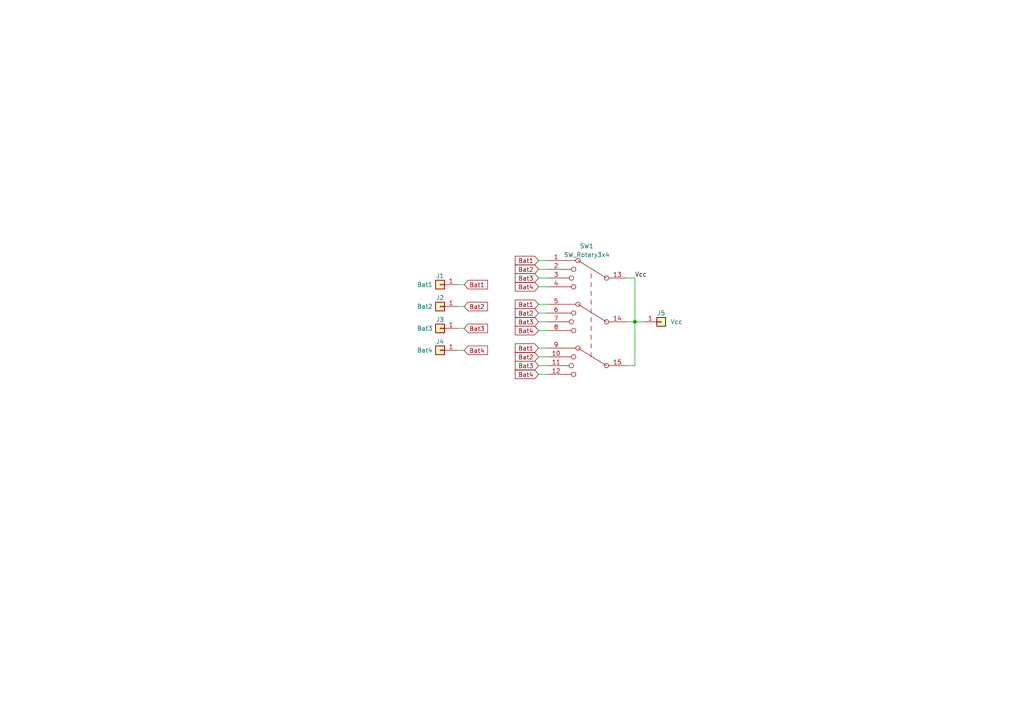
<source format=kicad_sch>
(kicad_sch (version 20231120) (generator "eeschema") (generator_version "8.0")
  (paper "A4")
  (lib_symbols
    (symbol "Connector_Generic:Conn_01x01" (pin_names (offset 1.016) hide)
      (property "Reference" "J" (at 0 2.54 0))
      (property "Value" "Conn_01x01" (at 0 -2.54 0))
      (symbol "Conn_01x01_1_1"
        (rectangle (start -1.27 0.127) (end 0 -0.127) (stroke (width 0.1524)))
        (rectangle (start -1.27 1.27) (end 1.27 -1.27) (stroke (width 0.254)) (fill (type background)))
        (pin passive line (at -5.08 0 0) (length 3.81) (name "Pin_1") (number "1"))
      )
    )
    (symbol "Switch:SW_Rotary3x4" (pin_names (offset 1.016) hide)
      (property "Reference" "SW" (at 0 20.32 0))
      (property "Value" "SW_Rotary3x4" (at 0 -17.78 0))
      (symbol "SW_Rotary3x4_0_0"
        (circle (center -4.445 -12.7) (radius 0.635))
        (circle (center -4.445 0) (radius 0.635))
        (circle (center -4.445 12.7) (radius 0.635))
        (polyline (pts (xy -4.445 -12.7) (xy 3.81 -7.62)))
        (polyline (pts (xy -4.445 0) (xy 3.81 5.08)))
        (polyline (pts (xy -4.445 12.7) (xy 3.81 17.78)))
        (polyline (pts (xy 0 -10.16) (xy 0 -8.89)))
        (polyline (pts (xy 0 -7.62) (xy 0 -6.35)))
        (polyline (pts (xy 0 -5.08) (xy 0 -3.81)))
        (polyline (pts (xy 0 -2.54) (xy 0 -1.27)))
        (polyline (pts (xy 0 0) (xy 0 1.27)))
        (polyline (pts (xy 0 2.54) (xy 0 3.81)))
        (polyline (pts (xy 0 5.08) (xy 0 6.35)))
        (polyline (pts (xy 0 7.62) (xy 0 8.89)))
        (polyline (pts (xy 0 10.16) (xy 0 11.43)))
        (polyline (pts (xy 0 12.7) (xy 0 13.97)))
        (polyline (pts (xy 4.445 -7.62) (xy 7.62 -7.62)))
        (polyline (pts (xy 4.445 5.08) (xy 7.62 5.08)))
        (polyline (pts (xy 4.445 17.78) (xy 7.62 17.78)))
        (polyline (pts (xy 5.715 -15.24) (xy 7.62 -15.24)))
        (polyline (pts (xy 5.715 -10.16) (xy 7.62 -10.16)))
        (polyline (pts (xy 5.715 -2.54) (xy 7.62 -2.54)))
        (polyline (pts (xy 5.715 2.54) (xy 7.62 2.54)))
        (polyline (pts (xy 5.715 10.16) (xy 7.62 10.16)))
        (polyline (pts (xy 5.715 15.24) (xy 7.62 15.24)))
        (polyline (pts (xy 6.35 -12.7) (xy 7.62 -12.7)))
        (polyline (pts (xy 6.35 0) (xy 7.62 0)))
        (polyline (pts (xy 6.35 12.7) (xy 7.62 12.7)))
        (circle (center 3.81 -7.62) (radius 0.635))
        (circle (center 3.81 5.08) (radius 0.635))
        (circle (center 3.81 17.78) (radius 0.635))
        (circle (center 5.08 -15.24) (radius 0.635))
        (circle (center 5.08 -10.16) (radius 0.635))
        (circle (center 5.08 -2.54) (radius 0.635))
        (circle (center 5.08 2.54) (radius 0.635))
        (circle (center 5.08 10.16) (radius 0.635))
        (circle (center 5.08 15.24) (radius 0.635))
        (circle (center 5.715 -12.7) (radius 0.635))
        (circle (center 5.715 0) (radius 0.635))
        (circle (center 5.715 12.7) (radius 0.635))
      )
      (symbol "SW_Rotary3x4_0_1"
        (pin passive line (at 12.7 17.78 180) (length 5.08) (name "1") (number "1"))
        (pin passive line (at 12.7 -10.16 180) (length 5.08) (name "10") (number "10"))
        (pin passive line (at 12.7 -12.7 180) (length 5.08) (name "11") (number "11"))
        (pin passive line (at 12.7 -15.24 180) (length 5.08) (name "12") (number "12"))
        (pin passive line (at -10.16 12.7 0) (length 5.08) (name "13") (number "13"))
        (pin passive line (at -10.16 0 0) (length 5.08) (name "14") (number "14"))
        (pin passive line (at -10.16 -12.7 0) (length 5.08) (name "15") (number "15"))
        (pin passive line (at 12.7 15.24 180) (length 5.08) (name "2") (number "2"))
        (pin passive line (at 12.7 12.7 180) (length 5.08) (name "3") (number "3"))
        (pin passive line (at 12.7 10.16 180) (length 5.08) (name "4") (number "4"))
        (pin passive line (at 12.7 5.08 180) (length 5.08) (name "5") (number "5"))
        (pin passive line (at 12.7 2.54 180) (length 5.08) (name "6") (number "6"))
        (pin passive line (at 12.7 0 180) (length 5.08) (name "7") (number "7"))
        (pin passive line (at 12.7 -2.54 180) (length 5.08) (name "8") (number "8"))
        (pin passive line (at 12.7 -7.62 180) (length 5.08) (name "9") (number "9"))
      )
    )
  )
  (junction (at 184.15 93.345))
  (wire (pts (xy 156.21 83.185) (xy 158.75 83.185)))
  (wire (pts (xy 156.21 95.885) (xy 158.75 95.885)))
  (wire (pts (xy 156.21 88.265) (xy 158.75 88.265)))
  (wire (pts (xy 132.715 88.9) (xy 134.62 88.9)))
  (wire (pts (xy 184.15 106.045) (xy 184.15 93.345)))
  (wire (pts (xy 156.21 108.585) (xy 158.75 108.585)))
  (wire (pts (xy 181.61 80.645) (xy 184.15 80.645)))
  (wire (pts (xy 156.21 100.965) (xy 158.75 100.965)))
  (wire (pts (xy 156.21 93.345) (xy 158.75 93.345)))
  (wire (pts (xy 132.715 101.6) (xy 134.62 101.6)))
  (wire (pts (xy 156.21 78.105) (xy 158.75 78.105)))
  (wire (pts (xy 156.21 75.565) (xy 158.75 75.565)))
  (wire (pts (xy 156.21 80.645) (xy 158.75 80.645)))
  (wire (pts (xy 181.61 93.345) (xy 184.15 93.345)))
  (wire (pts (xy 184.15 93.345) (xy 186.69 93.345)))
  (wire (pts (xy 181.61 106.045) (xy 184.15 106.045)))
  (wire (pts (xy 156.21 103.505) (xy 158.75 103.505)))
  (wire (pts (xy 156.21 90.805) (xy 158.75 90.805)))
  (wire (pts (xy 132.715 95.25) (xy 134.62 95.25)))
  (wire (pts (xy 132.715 82.55) (xy 134.62 82.55)))
  (wire (pts (xy 184.15 80.645) (xy 184.15 93.345)))
  (wire (pts (xy 156.21 106.045) (xy 158.75 106.045)))
  (label "Vcc" (at 184.15 80.645 0))
  (global_label "Bat3" (shape input) (at 134.62 95.25 0) (property "Intersheetrefs" "${INTERSHEET_REFS}" (effects (hide yes))))
  (global_label "Bat4" (shape input) (at 156.21 95.885 180) (property "Intersheetrefs" "${INTERSHEET_REFS}" (effects (hide yes))))
  (global_label "Bat4" (shape input) (at 134.62 101.6 0) (property "Intersheetrefs" "${INTERSHEET_REFS}" (effects (hide yes))))
  (global_label "Bat3" (shape input) (at 156.21 93.345 180) (property "Intersheetrefs" "${INTERSHEET_REFS}" (effects (hide yes))))
  (global_label "Bat1" (shape input) (at 156.21 75.565 180) (property "Intersheetrefs" "${INTERSHEET_REFS}" (effects (hide yes))))
  (global_label "Bat2" (shape input) (at 134.62 88.9 0) (property "Intersheetrefs" "${INTERSHEET_REFS}" (effects (hide yes))))
  (global_label "Bat3" (shape input) (at 156.21 106.045 180) (property "Intersheetrefs" "${INTERSHEET_REFS}" (effects (hide yes))))
  (global_label "Bat2" (shape input) (at 156.21 78.105 180) (property "Intersheetrefs" "${INTERSHEET_REFS}" (effects (hide yes))))
  (global_label "Bat1" (shape input) (at 156.21 88.265 180) (property "Intersheetrefs" "${INTERSHEET_REFS}" (effects (hide yes))))
  (global_label "Bat1" (shape input) (at 134.62 82.55 0) (property "Intersheetrefs" "${INTERSHEET_REFS}" (effects (hide yes))))
  (global_label "Bat2" (shape input) (at 156.21 103.505 180) (property "Intersheetrefs" "${INTERSHEET_REFS}" (effects (hide yes))))
  (global_label "Bat4" (shape input) (at 156.21 108.585 180) (property "Intersheetrefs" "${INTERSHEET_REFS}" (effects (hide yes))))
  (global_label "Bat3" (shape input) (at 156.21 80.645 180) (property "Intersheetrefs" "${INTERSHEET_REFS}" (effects (hide yes))))
  (global_label "Bat4" (shape input) (at 156.21 83.185 180) (property "Intersheetrefs" "${INTERSHEET_REFS}" (effects (hide yes))))
  (global_label "Bat2" (shape input) (at 156.21 90.805 180) (property "Intersheetrefs" "${INTERSHEET_REFS}" (effects (hide yes))))
  (global_label "Bat1" (shape input) (at 156.21 100.965 180) (property "Intersheetrefs" "${INTERSHEET_REFS}" (effects (hide yes))))
  (symbol (lib_id "Connector_Generic:Conn_01x01") (at 127.635 88.9 180) (unit 1)
    (property "Reference" "J2" (at 127.635 86.36 0))
    (property "Value" "Bat2" (at 123.19 88.9 0))
    (property "Footprint" "Connector_Tab:Tab_6.35_P5.00_Vertical" (effects (hide yes)))
  )
  (symbol (lib_id "Switch:SW_Rotary3x4") (at 171.45 93.345 0) (mirror y) (unit 1)
    (property "Reference" "SW1" (at 170.18 71.3572 0))
    (property "Value" "SW_Rotary3x4" (at 170.18 73.8941 0))
    (property "Footprint" "Rotary_Switch:Lorlin_CKxxx_3x4pos" (effects (hide yes)))
    (property "Datasheet" "http://cdn-reichelt.de/documents/datenblatt/C200/DS-Serie%23LOR.pdf" (effects (hide yes)))
  )
  (symbol (lib_id "Connector_Generic:Conn_01x01") (at 127.635 82.55 180) (unit 1)
    (property "Reference" "J1" (at 127.635 80.01 0))
    (property "Value" "Bat1" (at 123.19 82.55 0))
    (property "Footprint" "Connector_Tab:Tab_6.35_P5.00_Vertical" (effects (hide yes)))
  )
  (symbol (lib_id "Connector_Generic:Conn_01x01") (at 127.635 95.25 180) (unit 1)
    (property "Reference" "J3" (at 127.635 92.71 0))
    (property "Value" "Bat3" (at 123.19 95.25 0))
    (property "Footprint" "Connector_Tab:Tab_6.35_P5.00_Vertical" (effects (hide yes)))
  )
  (symbol (lib_id "Connector_Generic:Conn_01x01") (at 127.635 101.6 180) (unit 1)
    (property "Reference" "J4" (at 127.635 99.06 0))
    (property "Value" "Bat4" (at 123.19 101.6 0))
    (property "Footprint" "Connector_Tab:Tab_6.35_P5.00_Vertical" (effects (hide yes)))
  )
  (symbol (lib_id "Connector_Generic:Conn_01x01") (at 191.77 93.345 0) (unit 1)
    (property "Reference" "J5" (at 191.77 90.805 0))
    (property "Value" "Vcc" (at 196.215 93.345 0))
    (property "Footprint" "Connector_Tab:Tab_6.35_P5.00_Vertical" (effects (hide yes)))
  )
)
</source>
